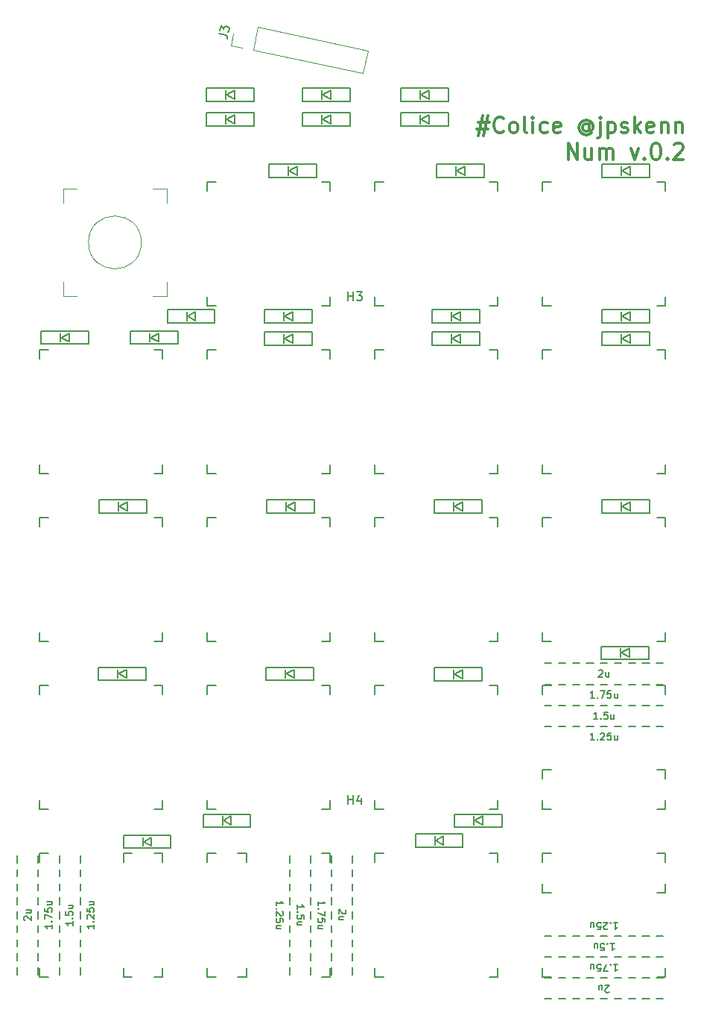
<source format=gto>
G04 #@! TF.GenerationSoftware,KiCad,Pcbnew,(5.1.5-0-10_14)*
G04 #@! TF.CreationDate,2020-05-14T06:03:15+09:00*
G04 #@! TF.ProjectId,Colice,436f6c69-6365-42e6-9b69-6361645f7063,rev?*
G04 #@! TF.SameCoordinates,Original*
G04 #@! TF.FileFunction,Legend,Top*
G04 #@! TF.FilePolarity,Positive*
%FSLAX46Y46*%
G04 Gerber Fmt 4.6, Leading zero omitted, Abs format (unit mm)*
G04 Created by KiCad (PCBNEW (5.1.5-0-10_14)) date 2020-05-14 06:03:15*
%MOMM*%
%LPD*%
G04 APERTURE LIST*
%ADD10C,0.300000*%
%ADD11C,0.150000*%
%ADD12C,0.120000*%
G04 APERTURE END LIST*
D10*
X114260357Y-40976965D02*
X115546071Y-40976965D01*
X114774642Y-40205537D02*
X114260357Y-42519822D01*
X115374642Y-41748394D02*
X114088928Y-41748394D01*
X114860357Y-42519822D02*
X115374642Y-40205537D01*
X117174642Y-42005537D02*
X117088928Y-42091251D01*
X116831785Y-42176965D01*
X116660357Y-42176965D01*
X116403214Y-42091251D01*
X116231785Y-41919822D01*
X116146071Y-41748394D01*
X116060357Y-41405537D01*
X116060357Y-41148394D01*
X116146071Y-40805537D01*
X116231785Y-40634108D01*
X116403214Y-40462680D01*
X116660357Y-40376965D01*
X116831785Y-40376965D01*
X117088928Y-40462680D01*
X117174642Y-40548394D01*
X118203214Y-42176965D02*
X118031785Y-42091251D01*
X117946071Y-42005537D01*
X117860357Y-41834108D01*
X117860357Y-41319822D01*
X117946071Y-41148394D01*
X118031785Y-41062680D01*
X118203214Y-40976965D01*
X118460357Y-40976965D01*
X118631785Y-41062680D01*
X118717500Y-41148394D01*
X118803214Y-41319822D01*
X118803214Y-41834108D01*
X118717500Y-42005537D01*
X118631785Y-42091251D01*
X118460357Y-42176965D01*
X118203214Y-42176965D01*
X119831785Y-42176965D02*
X119660357Y-42091251D01*
X119574642Y-41919822D01*
X119574642Y-40376965D01*
X120517500Y-42176965D02*
X120517500Y-40976965D01*
X120517500Y-40376965D02*
X120431785Y-40462680D01*
X120517500Y-40548394D01*
X120603214Y-40462680D01*
X120517500Y-40376965D01*
X120517500Y-40548394D01*
X122146071Y-42091251D02*
X121974642Y-42176965D01*
X121631785Y-42176965D01*
X121460357Y-42091251D01*
X121374642Y-42005537D01*
X121288928Y-41834108D01*
X121288928Y-41319822D01*
X121374642Y-41148394D01*
X121460357Y-41062680D01*
X121631785Y-40976965D01*
X121974642Y-40976965D01*
X122146071Y-41062680D01*
X123603214Y-42091251D02*
X123431785Y-42176965D01*
X123088928Y-42176965D01*
X122917500Y-42091251D01*
X122831785Y-41919822D01*
X122831785Y-41234108D01*
X122917500Y-41062680D01*
X123088928Y-40976965D01*
X123431785Y-40976965D01*
X123603214Y-41062680D01*
X123688928Y-41234108D01*
X123688928Y-41405537D01*
X122831785Y-41576965D01*
X126946071Y-41319822D02*
X126860357Y-41234108D01*
X126688928Y-41148394D01*
X126517500Y-41148394D01*
X126346071Y-41234108D01*
X126260357Y-41319822D01*
X126174642Y-41491251D01*
X126174642Y-41662680D01*
X126260357Y-41834108D01*
X126346071Y-41919822D01*
X126517500Y-42005537D01*
X126688928Y-42005537D01*
X126860357Y-41919822D01*
X126946071Y-41834108D01*
X126946071Y-41148394D02*
X126946071Y-41834108D01*
X127031785Y-41919822D01*
X127117500Y-41919822D01*
X127288928Y-41834108D01*
X127374642Y-41662680D01*
X127374642Y-41234108D01*
X127203214Y-40976965D01*
X126946071Y-40805537D01*
X126603214Y-40719822D01*
X126260357Y-40805537D01*
X126003214Y-40976965D01*
X125831785Y-41234108D01*
X125746071Y-41576965D01*
X125831785Y-41919822D01*
X126003214Y-42176965D01*
X126260357Y-42348394D01*
X126603214Y-42434108D01*
X126946071Y-42348394D01*
X127203214Y-42176965D01*
X128146071Y-40976965D02*
X128146071Y-42519822D01*
X128060357Y-42691251D01*
X127888928Y-42776965D01*
X127803214Y-42776965D01*
X128146071Y-40376965D02*
X128060357Y-40462680D01*
X128146071Y-40548394D01*
X128231785Y-40462680D01*
X128146071Y-40376965D01*
X128146071Y-40548394D01*
X129003214Y-40976965D02*
X129003214Y-42776965D01*
X129003214Y-41062680D02*
X129174642Y-40976965D01*
X129517500Y-40976965D01*
X129688928Y-41062680D01*
X129774642Y-41148394D01*
X129860357Y-41319822D01*
X129860357Y-41834108D01*
X129774642Y-42005537D01*
X129688928Y-42091251D01*
X129517500Y-42176965D01*
X129174642Y-42176965D01*
X129003214Y-42091251D01*
X130546071Y-42091251D02*
X130717500Y-42176965D01*
X131060357Y-42176965D01*
X131231785Y-42091251D01*
X131317500Y-41919822D01*
X131317500Y-41834108D01*
X131231785Y-41662680D01*
X131060357Y-41576965D01*
X130803214Y-41576965D01*
X130631785Y-41491251D01*
X130546071Y-41319822D01*
X130546071Y-41234108D01*
X130631785Y-41062680D01*
X130803214Y-40976965D01*
X131060357Y-40976965D01*
X131231785Y-41062680D01*
X132088928Y-42176965D02*
X132088928Y-40376965D01*
X132260357Y-41491251D02*
X132774642Y-42176965D01*
X132774642Y-40976965D02*
X132088928Y-41662680D01*
X134231785Y-42091251D02*
X134060357Y-42176965D01*
X133717500Y-42176965D01*
X133546071Y-42091251D01*
X133460357Y-41919822D01*
X133460357Y-41234108D01*
X133546071Y-41062680D01*
X133717500Y-40976965D01*
X134060357Y-40976965D01*
X134231785Y-41062680D01*
X134317500Y-41234108D01*
X134317500Y-41405537D01*
X133460357Y-41576965D01*
X135088928Y-40976965D02*
X135088928Y-42176965D01*
X135088928Y-41148394D02*
X135174642Y-41062680D01*
X135346071Y-40976965D01*
X135603214Y-40976965D01*
X135774642Y-41062680D01*
X135860357Y-41234108D01*
X135860357Y-42176965D01*
X136717500Y-40976965D02*
X136717500Y-42176965D01*
X136717500Y-41148394D02*
X136803214Y-41062680D01*
X136974642Y-40976965D01*
X137231785Y-40976965D01*
X137403214Y-41062680D01*
X137488928Y-41234108D01*
X137488928Y-42176965D01*
X124546071Y-45176965D02*
X124546071Y-43376965D01*
X125574642Y-45176965D01*
X125574642Y-43376965D01*
X127203214Y-43976965D02*
X127203214Y-45176965D01*
X126431785Y-43976965D02*
X126431785Y-44919822D01*
X126517500Y-45091251D01*
X126688928Y-45176965D01*
X126946071Y-45176965D01*
X127117500Y-45091251D01*
X127203214Y-45005537D01*
X128060357Y-45176965D02*
X128060357Y-43976965D01*
X128060357Y-44148394D02*
X128146071Y-44062680D01*
X128317500Y-43976965D01*
X128574642Y-43976965D01*
X128746071Y-44062680D01*
X128831785Y-44234108D01*
X128831785Y-45176965D01*
X128831785Y-44234108D02*
X128917500Y-44062680D01*
X129088928Y-43976965D01*
X129346071Y-43976965D01*
X129517500Y-44062680D01*
X129603214Y-44234108D01*
X129603214Y-45176965D01*
X131660357Y-43976965D02*
X132088928Y-45176965D01*
X132517500Y-43976965D01*
X133203214Y-45005537D02*
X133288928Y-45091251D01*
X133203214Y-45176965D01*
X133117500Y-45091251D01*
X133203214Y-45005537D01*
X133203214Y-45176965D01*
X134403214Y-43376965D02*
X134574642Y-43376965D01*
X134746071Y-43462680D01*
X134831785Y-43548394D01*
X134917500Y-43719822D01*
X135003214Y-44062680D01*
X135003214Y-44491251D01*
X134917500Y-44834108D01*
X134831785Y-45005537D01*
X134746071Y-45091251D01*
X134574642Y-45176965D01*
X134403214Y-45176965D01*
X134231785Y-45091251D01*
X134146071Y-45005537D01*
X134060357Y-44834108D01*
X133974642Y-44491251D01*
X133974642Y-44062680D01*
X134060357Y-43719822D01*
X134146071Y-43548394D01*
X134231785Y-43462680D01*
X134403214Y-43376965D01*
X135774642Y-45005537D02*
X135860357Y-45091251D01*
X135774642Y-45176965D01*
X135688928Y-45091251D01*
X135774642Y-45005537D01*
X135774642Y-45176965D01*
X136546071Y-43548394D02*
X136631785Y-43462680D01*
X136803214Y-43376965D01*
X137231785Y-43376965D01*
X137403214Y-43462680D01*
X137488928Y-43548394D01*
X137574642Y-43719822D01*
X137574642Y-43891251D01*
X137488928Y-44148394D01*
X136460357Y-45176965D01*
X137574642Y-45176965D01*
D11*
X85325000Y-120253630D02*
X86225000Y-119753630D01*
X86225000Y-119753630D02*
X86225000Y-120753630D01*
X86225000Y-120753630D02*
X85325000Y-120253630D01*
X85225000Y-119753630D02*
X85225000Y-120753630D01*
X88425000Y-119503630D02*
X83025000Y-119503630D01*
X83025000Y-119503630D02*
X83025000Y-121003630D01*
X83025000Y-121003630D02*
X88425000Y-121003630D01*
X88425000Y-121003630D02*
X88425000Y-119503630D01*
X102537500Y-104919220D02*
X102537500Y-105919220D01*
X103537500Y-104919220D02*
X102537500Y-104919220D01*
X102537500Y-118919220D02*
X103537500Y-118919220D01*
X102537500Y-117919220D02*
X102537500Y-118919220D01*
X116537500Y-118919220D02*
X116537500Y-117919220D01*
X115537500Y-118919220D02*
X116537500Y-118919220D01*
X116537500Y-104919220D02*
X116537500Y-105919220D01*
X115537500Y-104919220D02*
X116537500Y-104919220D01*
X133668750Y-101953550D02*
X133668750Y-100453550D01*
X128268750Y-101953550D02*
X133668750Y-101953550D01*
X128268750Y-100453550D02*
X128268750Y-101953550D01*
X133668750Y-100453550D02*
X128268750Y-100453550D01*
X130468750Y-100703550D02*
X130468750Y-101703550D01*
X131468750Y-101703550D02*
X130568750Y-101203550D01*
X131468750Y-100703550D02*
X131468750Y-101703550D01*
X130568750Y-101203550D02*
X131468750Y-100703550D01*
X115537500Y-47768980D02*
X116537500Y-47768980D01*
X116537500Y-47768980D02*
X116537500Y-48768980D01*
X115537500Y-61768980D02*
X116537500Y-61768980D01*
X116537500Y-61768980D02*
X116537500Y-60768980D01*
X102537500Y-60768980D02*
X102537500Y-61768980D01*
X102537500Y-61768980D02*
X103537500Y-61768980D01*
X103537500Y-47768980D02*
X102537500Y-47768980D01*
X102537500Y-47768980D02*
X102537500Y-48768980D01*
X115537500Y-66819060D02*
X116537500Y-66819060D01*
X116537500Y-66819060D02*
X116537500Y-67819060D01*
X115537500Y-80819060D02*
X116537500Y-80819060D01*
X116537500Y-80819060D02*
X116537500Y-79819060D01*
X102537500Y-79819060D02*
X102537500Y-80819060D01*
X102537500Y-80819060D02*
X103537500Y-80819060D01*
X103537500Y-66819060D02*
X102537500Y-66819060D01*
X102537500Y-66819060D02*
X102537500Y-67819060D01*
X115537500Y-85869140D02*
X116537500Y-85869140D01*
X116537500Y-85869140D02*
X116537500Y-86869140D01*
X115537500Y-99869140D02*
X116537500Y-99869140D01*
X116537500Y-99869140D02*
X116537500Y-98869140D01*
X102537500Y-98869140D02*
X102537500Y-99869140D01*
X102537500Y-99869140D02*
X103537500Y-99869140D01*
X103537500Y-85869140D02*
X102537500Y-85869140D01*
X102537500Y-85869140D02*
X102537500Y-86869140D01*
X135587500Y-127444260D02*
X135587500Y-128444260D01*
X135587500Y-128444260D02*
X134587500Y-128444260D01*
X121587500Y-127444260D02*
X121587500Y-128444260D01*
X121587500Y-128444260D02*
X122587500Y-128444260D01*
X122587500Y-114444260D02*
X121587500Y-114444260D01*
X121587500Y-114444260D02*
X121587500Y-115444260D01*
X135587500Y-115444260D02*
X135587500Y-114444260D01*
X135587500Y-114444260D02*
X134587500Y-114444260D01*
X95568750Y-104334810D02*
X95568750Y-102834810D01*
X90168750Y-104334810D02*
X95568750Y-104334810D01*
X90168750Y-102834810D02*
X90168750Y-104334810D01*
X95568750Y-102834810D02*
X90168750Y-102834810D01*
X92368750Y-103084810D02*
X92368750Y-104084810D01*
X93368750Y-104084810D02*
X92468750Y-103584810D01*
X93368750Y-103084810D02*
X93368750Y-104084810D01*
X92468750Y-103584810D02*
X93368750Y-103084810D01*
X114968000Y-47232000D02*
X114968000Y-45732000D01*
X109568000Y-47232000D02*
X114968000Y-47232000D01*
X109568000Y-45732000D02*
X109568000Y-47232000D01*
X114968000Y-45732000D02*
X109568000Y-45732000D01*
X111768000Y-45982000D02*
X111768000Y-46982000D01*
X112768000Y-46982000D02*
X111868000Y-46482000D01*
X112768000Y-45982000D02*
X112768000Y-46982000D01*
X111868000Y-46482000D02*
X112768000Y-45982000D01*
X114460000Y-66282000D02*
X114460000Y-64782000D01*
X109060000Y-66282000D02*
X114460000Y-66282000D01*
X109060000Y-64782000D02*
X109060000Y-66282000D01*
X114460000Y-64782000D02*
X109060000Y-64782000D01*
X111260000Y-65032000D02*
X111260000Y-66032000D01*
X112260000Y-66032000D02*
X111360000Y-65532000D01*
X112260000Y-65032000D02*
X112260000Y-66032000D01*
X111360000Y-65532000D02*
X112260000Y-65032000D01*
X102537500Y-123969300D02*
X102537500Y-124969300D01*
X103537500Y-123969300D02*
X102537500Y-123969300D01*
X102537500Y-137969300D02*
X103537500Y-137969300D01*
X102537500Y-136969300D02*
X102537500Y-137969300D01*
X116537500Y-137969300D02*
X116537500Y-136969300D01*
X115537500Y-137969300D02*
X116537500Y-137969300D01*
X116537500Y-123969300D02*
X116537500Y-124969300D01*
X115537500Y-123969300D02*
X116537500Y-123969300D01*
X112555000Y-123254200D02*
X112555000Y-121754200D01*
X107155000Y-123254200D02*
X112555000Y-123254200D01*
X107155000Y-121754200D02*
X107155000Y-123254200D01*
X112555000Y-121754200D02*
X107155000Y-121754200D01*
X109355000Y-122004200D02*
X109355000Y-123004200D01*
X110355000Y-123004200D02*
X109455000Y-122504200D01*
X110355000Y-122004200D02*
X110355000Y-123004200D01*
X109455000Y-122504200D02*
X110355000Y-122004200D01*
X127396875Y-140494260D02*
X126603125Y-140494260D01*
X134540625Y-140494260D02*
X135334375Y-140494260D01*
X122634375Y-140494260D02*
X121840625Y-140494260D01*
X128984375Y-140494260D02*
X128190625Y-140494260D01*
X124221875Y-140494260D02*
X123428125Y-140494260D01*
X129778125Y-140494260D02*
X130571875Y-140494260D01*
X125809375Y-140494260D02*
X125015625Y-140494260D01*
X131365625Y-140494260D02*
X132159375Y-140494260D01*
X132953125Y-140494260D02*
X133746875Y-140494260D01*
X127396875Y-138113010D02*
X126603125Y-138113010D01*
X132953125Y-138113010D02*
X133746875Y-138113010D01*
X128984375Y-138113010D02*
X128190625Y-138113010D01*
X122634375Y-138113010D02*
X121840625Y-138113010D01*
X129778125Y-138113010D02*
X130571875Y-138113010D01*
X125809375Y-138113010D02*
X125015625Y-138113010D01*
X134540625Y-138113010D02*
X135334375Y-138113010D01*
X124221875Y-138113010D02*
X123428125Y-138113010D01*
X131365625Y-138113010D02*
X132159375Y-138113010D01*
X132953125Y-135731760D02*
X133746875Y-135731760D01*
X127396875Y-135731760D02*
X126603125Y-135731760D01*
X128984375Y-135731760D02*
X128190625Y-135731760D01*
X122634375Y-135731760D02*
X121840625Y-135731760D01*
X129778125Y-135731760D02*
X130571875Y-135731760D01*
X125809375Y-135731760D02*
X125015625Y-135731760D01*
X134540625Y-135731760D02*
X135334375Y-135731760D01*
X131365625Y-135731760D02*
X132159375Y-135731760D01*
X124221875Y-135731760D02*
X123428125Y-135731760D01*
X125809375Y-133350510D02*
X125015625Y-133350510D01*
X128984375Y-133350510D02*
X128190625Y-133350510D01*
X122634375Y-133350510D02*
X121840625Y-133350510D01*
X127396875Y-133350510D02*
X126603125Y-133350510D01*
X131365625Y-133350510D02*
X132159375Y-133350510D01*
X132953125Y-133350510D02*
X133746875Y-133350510D01*
X134540625Y-133350510D02*
X135334375Y-133350510D01*
X124221875Y-133350510D02*
X123428125Y-133350510D01*
X129778125Y-133350510D02*
X130571875Y-133350510D01*
X127396875Y-109538010D02*
X126603125Y-109538010D01*
X125809375Y-109538010D02*
X125015625Y-109538010D01*
X131365625Y-109538010D02*
X132159375Y-109538010D01*
X122634375Y-109538010D02*
X121840625Y-109538010D01*
X132953125Y-109538010D02*
X133746875Y-109538010D01*
X134540625Y-109538010D02*
X135334375Y-109538010D01*
X124221875Y-109538010D02*
X123428125Y-109538010D01*
X129778125Y-109538010D02*
X130571875Y-109538010D01*
X128984375Y-109538010D02*
X128190625Y-109538010D01*
X125809375Y-107156760D02*
X125015625Y-107156760D01*
X122634375Y-107156760D02*
X121840625Y-107156760D01*
X128984375Y-107156760D02*
X128190625Y-107156760D01*
X129778125Y-107156760D02*
X130571875Y-107156760D01*
X131365625Y-107156760D02*
X132159375Y-107156760D01*
X124221875Y-107156760D02*
X123428125Y-107156760D01*
X132953125Y-107156760D02*
X133746875Y-107156760D01*
X127396875Y-107156760D02*
X126603125Y-107156760D01*
X134540625Y-107156760D02*
X135334375Y-107156760D01*
X124221875Y-104775510D02*
X123428125Y-104775510D01*
X132953125Y-104775510D02*
X133746875Y-104775510D01*
X125809375Y-104775510D02*
X125015625Y-104775510D01*
X127396875Y-104775510D02*
X126603125Y-104775510D01*
X122634375Y-104775510D02*
X121840625Y-104775510D01*
X128984375Y-104775510D02*
X128190625Y-104775510D01*
X134540625Y-104775510D02*
X135334375Y-104775510D01*
X129778125Y-104775510D02*
X130571875Y-104775510D01*
X131365625Y-104775510D02*
X132159375Y-104775510D01*
X122634375Y-102394260D02*
X121840625Y-102394260D01*
X124221875Y-102394260D02*
X123428125Y-102394260D01*
X125809375Y-102394260D02*
X125015625Y-102394260D01*
X134540625Y-102394260D02*
X135334375Y-102394260D01*
X131365625Y-102394260D02*
X132159375Y-102394260D01*
X132953125Y-102394260D02*
X133746875Y-102394260D01*
X128984375Y-102394260D02*
X128190625Y-102394260D01*
X127396875Y-102394260D02*
X126603125Y-102394260D01*
X129778125Y-102394260D02*
X130571875Y-102394260D01*
X66910000Y-65405000D02*
X67810000Y-64905000D01*
X67810000Y-64905000D02*
X67810000Y-65905000D01*
X67810000Y-65905000D02*
X66910000Y-65405000D01*
X66810000Y-64905000D02*
X66810000Y-65905000D01*
X70010000Y-64655000D02*
X64610000Y-64655000D01*
X64610000Y-64655000D02*
X64610000Y-66155000D01*
X64610000Y-66155000D02*
X70010000Y-66155000D01*
X70010000Y-66155000D02*
X70010000Y-64655000D01*
X80170000Y-66155000D02*
X80170000Y-64655000D01*
X74770000Y-66155000D02*
X80170000Y-66155000D01*
X74770000Y-64655000D02*
X74770000Y-66155000D01*
X80170000Y-64655000D02*
X74770000Y-64655000D01*
X76970000Y-64905000D02*
X76970000Y-65905000D01*
X77970000Y-65905000D02*
X77070000Y-65405000D01*
X77970000Y-64905000D02*
X77970000Y-65905000D01*
X77070000Y-65405000D02*
X77970000Y-64905000D01*
X73514000Y-84582000D02*
X74414000Y-84082000D01*
X74414000Y-84082000D02*
X74414000Y-85082000D01*
X74414000Y-85082000D02*
X73514000Y-84582000D01*
X73414000Y-84082000D02*
X73414000Y-85082000D01*
X76614000Y-83832000D02*
X71214000Y-83832000D01*
X71214000Y-83832000D02*
X71214000Y-85332000D01*
X71214000Y-85332000D02*
X76614000Y-85332000D01*
X76614000Y-85332000D02*
X76614000Y-83832000D01*
X73418750Y-103584810D02*
X74318750Y-103084810D01*
X74318750Y-103084810D02*
X74318750Y-104084810D01*
X74318750Y-104084810D02*
X73418750Y-103584810D01*
X73318750Y-103084810D02*
X73318750Y-104084810D01*
X76518750Y-102834810D02*
X71118750Y-102834810D01*
X71118750Y-102834810D02*
X71118750Y-104334810D01*
X71118750Y-104334810D02*
X76518750Y-104334810D01*
X76518750Y-104334810D02*
X76518750Y-102834810D01*
X79366601Y-123390115D02*
X79366601Y-121890115D01*
X73966601Y-123390115D02*
X79366601Y-123390115D01*
X73966601Y-121890115D02*
X73966601Y-123390115D01*
X79366601Y-121890115D02*
X73966601Y-121890115D01*
X76166601Y-122140115D02*
X76166601Y-123140115D01*
X77166601Y-123140115D02*
X76266601Y-122640115D01*
X77166601Y-122140115D02*
X77166601Y-123140115D01*
X76266601Y-122640115D02*
X77166601Y-122140115D01*
X92310000Y-62992000D02*
X93210000Y-62492000D01*
X93210000Y-62492000D02*
X93210000Y-63492000D01*
X93210000Y-63492000D02*
X92310000Y-62992000D01*
X92210000Y-62492000D02*
X92210000Y-63492000D01*
X95410000Y-62242000D02*
X90010000Y-62242000D01*
X90010000Y-62242000D02*
X90010000Y-63742000D01*
X90010000Y-63742000D02*
X95410000Y-63742000D01*
X95410000Y-63742000D02*
X95410000Y-62242000D01*
X95918000Y-47232000D02*
X95918000Y-45732000D01*
X90518000Y-47232000D02*
X95918000Y-47232000D01*
X90518000Y-45732000D02*
X90518000Y-47232000D01*
X95918000Y-45732000D02*
X90518000Y-45732000D01*
X92718000Y-45982000D02*
X92718000Y-46982000D01*
X93718000Y-46982000D02*
X92818000Y-46482000D01*
X93718000Y-45982000D02*
X93718000Y-46982000D01*
X92818000Y-46482000D02*
X93718000Y-45982000D01*
X92310000Y-65532000D02*
X93210000Y-65032000D01*
X93210000Y-65032000D02*
X93210000Y-66032000D01*
X93210000Y-66032000D02*
X92310000Y-65532000D01*
X92210000Y-65032000D02*
X92210000Y-66032000D01*
X95410000Y-64782000D02*
X90010000Y-64782000D01*
X90010000Y-64782000D02*
X90010000Y-66282000D01*
X90010000Y-66282000D02*
X95410000Y-66282000D01*
X95410000Y-66282000D02*
X95410000Y-64782000D01*
X92564000Y-84582000D02*
X93464000Y-84082000D01*
X93464000Y-84082000D02*
X93464000Y-85082000D01*
X93464000Y-85082000D02*
X92564000Y-84582000D01*
X92464000Y-84082000D02*
X92464000Y-85082000D01*
X95664000Y-83832000D02*
X90264000Y-83832000D01*
X90264000Y-83832000D02*
X90264000Y-85332000D01*
X90264000Y-85332000D02*
X95664000Y-85332000D01*
X95664000Y-85332000D02*
X95664000Y-83832000D01*
X111360000Y-62992000D02*
X112260000Y-62492000D01*
X112260000Y-62492000D02*
X112260000Y-63492000D01*
X112260000Y-63492000D02*
X111360000Y-62992000D01*
X111260000Y-62492000D02*
X111260000Y-63492000D01*
X114460000Y-62242000D02*
X109060000Y-62242000D01*
X109060000Y-62242000D02*
X109060000Y-63742000D01*
X109060000Y-63742000D02*
X114460000Y-63742000D01*
X114460000Y-63742000D02*
X114460000Y-62242000D01*
X114714000Y-85332000D02*
X114714000Y-83832000D01*
X109314000Y-85332000D02*
X114714000Y-85332000D01*
X109314000Y-83832000D02*
X109314000Y-85332000D01*
X114714000Y-83832000D02*
X109314000Y-83832000D01*
X111514000Y-84082000D02*
X111514000Y-85082000D01*
X112514000Y-85082000D02*
X111614000Y-84582000D01*
X112514000Y-84082000D02*
X112514000Y-85082000D01*
X111614000Y-84582000D02*
X112514000Y-84082000D01*
X114714000Y-104382000D02*
X114714000Y-102882000D01*
X109314000Y-104382000D02*
X114714000Y-104382000D01*
X109314000Y-102882000D02*
X109314000Y-104382000D01*
X114714000Y-102882000D02*
X109314000Y-102882000D01*
X111514000Y-103132000D02*
X111514000Y-104132000D01*
X112514000Y-104132000D02*
X111614000Y-103632000D01*
X112514000Y-103132000D02*
X112514000Y-104132000D01*
X111614000Y-103632000D02*
X112514000Y-103132000D01*
X130664000Y-62992000D02*
X131564000Y-62492000D01*
X131564000Y-62492000D02*
X131564000Y-63492000D01*
X131564000Y-63492000D02*
X130664000Y-62992000D01*
X130564000Y-62492000D02*
X130564000Y-63492000D01*
X133764000Y-62242000D02*
X128364000Y-62242000D01*
X128364000Y-62242000D02*
X128364000Y-63742000D01*
X128364000Y-63742000D02*
X133764000Y-63742000D01*
X133764000Y-63742000D02*
X133764000Y-62242000D01*
X133764000Y-47232000D02*
X133764000Y-45732000D01*
X128364000Y-47232000D02*
X133764000Y-47232000D01*
X128364000Y-45732000D02*
X128364000Y-47232000D01*
X133764000Y-45732000D02*
X128364000Y-45732000D01*
X130564000Y-45982000D02*
X130564000Y-46982000D01*
X131564000Y-46982000D02*
X130664000Y-46482000D01*
X131564000Y-45982000D02*
X131564000Y-46982000D01*
X130664000Y-46482000D02*
X131564000Y-45982000D01*
X133764000Y-66282000D02*
X133764000Y-64782000D01*
X128364000Y-66282000D02*
X133764000Y-66282000D01*
X128364000Y-64782000D02*
X128364000Y-66282000D01*
X133764000Y-64782000D02*
X128364000Y-64782000D01*
X130564000Y-65032000D02*
X130564000Y-66032000D01*
X131564000Y-66032000D02*
X130664000Y-65532000D01*
X131564000Y-65032000D02*
X131564000Y-66032000D01*
X130664000Y-65532000D02*
X131564000Y-65032000D01*
X133764000Y-85332000D02*
X133764000Y-83832000D01*
X128364000Y-85332000D02*
X133764000Y-85332000D01*
X128364000Y-83832000D02*
X128364000Y-85332000D01*
X133764000Y-83832000D02*
X128364000Y-83832000D01*
X130564000Y-84082000D02*
X130564000Y-85082000D01*
X131564000Y-85082000D02*
X130664000Y-84582000D01*
X131564000Y-84082000D02*
X131564000Y-85082000D01*
X130664000Y-84582000D02*
X131564000Y-84082000D01*
X100012500Y-132159925D02*
X100012500Y-132953675D01*
X100012500Y-129778675D02*
X100012500Y-128984925D01*
X100012500Y-131366175D02*
X100012500Y-130572425D01*
X100012500Y-135334925D02*
X100012500Y-136128675D01*
X100012500Y-133747425D02*
X100012500Y-134541175D01*
X100012500Y-136922425D02*
X100012500Y-137716175D01*
X100012500Y-128191175D02*
X100012500Y-127397425D01*
X100012500Y-126603675D02*
X100012500Y-125809925D01*
X100012500Y-125016175D02*
X100012500Y-124222425D01*
X97631250Y-133747425D02*
X97631250Y-134541175D01*
X97631250Y-132159925D02*
X97631250Y-132953675D01*
X97631250Y-136922425D02*
X97631250Y-137716175D01*
X97631250Y-131366175D02*
X97631250Y-130572425D01*
X97631250Y-125016175D02*
X97631250Y-124222425D01*
X97631250Y-129778675D02*
X97631250Y-128984925D01*
X97631250Y-128191175D02*
X97631250Y-127397425D01*
X97631250Y-135334925D02*
X97631250Y-136128675D01*
X97631250Y-126603675D02*
X97631250Y-125809925D01*
X95250000Y-136922425D02*
X95250000Y-137716175D01*
X95250000Y-129778675D02*
X95250000Y-128984925D01*
X95250000Y-135334925D02*
X95250000Y-136128675D01*
X95250000Y-126603675D02*
X95250000Y-125809925D01*
X95250000Y-133747425D02*
X95250000Y-134541175D01*
X95250000Y-132159925D02*
X95250000Y-132953675D01*
X95250000Y-131366175D02*
X95250000Y-130572425D01*
X95250000Y-125016175D02*
X95250000Y-124222425D01*
X95250000Y-128191175D02*
X95250000Y-127397425D01*
X92868750Y-131366175D02*
X92868750Y-130572425D01*
X92868750Y-132159925D02*
X92868750Y-132953675D01*
X92868750Y-126603675D02*
X92868750Y-125809925D01*
X92868750Y-136922425D02*
X92868750Y-137716175D01*
X92868750Y-135334925D02*
X92868750Y-136128675D01*
X92868750Y-125016175D02*
X92868750Y-124222425D01*
X92868750Y-133747425D02*
X92868750Y-134541175D01*
X92868750Y-128191175D02*
X92868750Y-127397425D01*
X92868750Y-129778675D02*
X92868750Y-128984925D01*
X69056250Y-132159925D02*
X69056250Y-132953675D01*
X69056250Y-126603675D02*
X69056250Y-125809925D01*
X69056250Y-136922425D02*
X69056250Y-137716175D01*
X69056250Y-135334925D02*
X69056250Y-136128675D01*
X69056250Y-133747425D02*
X69056250Y-134541175D01*
X69056250Y-129778675D02*
X69056250Y-128984925D01*
X69056250Y-125016175D02*
X69056250Y-124222425D01*
X69056250Y-131366175D02*
X69056250Y-130572425D01*
X69056250Y-128191175D02*
X69056250Y-127397425D01*
X66675000Y-126603675D02*
X66675000Y-125809925D01*
X66675000Y-133747425D02*
X66675000Y-134541175D01*
X66675000Y-136922425D02*
X66675000Y-137716175D01*
X66675000Y-128191175D02*
X66675000Y-127397425D01*
X66675000Y-132159925D02*
X66675000Y-132953675D01*
X66675000Y-125016175D02*
X66675000Y-124222425D01*
X66675000Y-131366175D02*
X66675000Y-130572425D01*
X66675000Y-129778675D02*
X66675000Y-128984925D01*
X66675000Y-135334925D02*
X66675000Y-136128675D01*
X64293750Y-133747425D02*
X64293750Y-134541175D01*
X64293750Y-126603675D02*
X64293750Y-125809925D01*
X64293750Y-136922425D02*
X64293750Y-137716175D01*
X64293750Y-128191175D02*
X64293750Y-127397425D01*
X64293750Y-132159925D02*
X64293750Y-132953675D01*
X64293750Y-125016175D02*
X64293750Y-124222425D01*
X64293750Y-131366175D02*
X64293750Y-130572425D01*
X64293750Y-135334925D02*
X64293750Y-136128675D01*
X64293750Y-129778675D02*
X64293750Y-128984925D01*
X61912500Y-135334925D02*
X61912500Y-136128675D01*
X61912500Y-133747425D02*
X61912500Y-134541175D01*
X61912500Y-128191175D02*
X61912500Y-127397425D01*
X61912500Y-132159925D02*
X61912500Y-132953675D01*
X61912500Y-126603675D02*
X61912500Y-125809925D01*
X61912500Y-131366175D02*
X61912500Y-130572425D01*
X61912500Y-125016175D02*
X61912500Y-124222425D01*
X61912500Y-136922425D02*
X61912500Y-137716175D01*
X61912500Y-129778675D02*
X61912500Y-128984925D01*
X64437500Y-66819060D02*
X64437500Y-67819060D01*
X65437500Y-66819060D02*
X64437500Y-66819060D01*
X64437500Y-80819060D02*
X65437500Y-80819060D01*
X64437500Y-79819060D02*
X64437500Y-80819060D01*
X78437500Y-80819060D02*
X78437500Y-79819060D01*
X77437500Y-80819060D02*
X78437500Y-80819060D01*
X78437500Y-66819060D02*
X78437500Y-67819060D01*
X77437500Y-66819060D02*
X78437500Y-66819060D01*
X64437500Y-85869140D02*
X64437500Y-86869140D01*
X65437500Y-85869140D02*
X64437500Y-85869140D01*
X64437500Y-99869140D02*
X65437500Y-99869140D01*
X64437500Y-98869140D02*
X64437500Y-99869140D01*
X78437500Y-99869140D02*
X78437500Y-98869140D01*
X77437500Y-99869140D02*
X78437500Y-99869140D01*
X78437500Y-85869140D02*
X78437500Y-86869140D01*
X77437500Y-85869140D02*
X78437500Y-85869140D01*
X64437500Y-104919220D02*
X64437500Y-105919220D01*
X65437500Y-104919220D02*
X64437500Y-104919220D01*
X64437500Y-118919220D02*
X65437500Y-118919220D01*
X64437500Y-117919220D02*
X64437500Y-118919220D01*
X78437500Y-118919220D02*
X78437500Y-117919220D01*
X77437500Y-118919220D02*
X78437500Y-118919220D01*
X78437500Y-104919220D02*
X78437500Y-105919220D01*
X77437500Y-104919220D02*
X78437500Y-104919220D01*
X86962500Y-123969300D02*
X87962500Y-123969300D01*
X87962500Y-123969300D02*
X87962500Y-124969300D01*
X86962500Y-137969300D02*
X87962500Y-137969300D01*
X87962500Y-137969300D02*
X87962500Y-136969300D01*
X73962500Y-136969300D02*
X73962500Y-137969300D01*
X73962500Y-137969300D02*
X74962500Y-137969300D01*
X74962500Y-123969300D02*
X73962500Y-123969300D01*
X73962500Y-123969300D02*
X73962500Y-124969300D01*
X96487500Y-47768980D02*
X97487500Y-47768980D01*
X97487500Y-47768980D02*
X97487500Y-48768980D01*
X96487500Y-61768980D02*
X97487500Y-61768980D01*
X97487500Y-61768980D02*
X97487500Y-60768980D01*
X83487500Y-60768980D02*
X83487500Y-61768980D01*
X83487500Y-61768980D02*
X84487500Y-61768980D01*
X84487500Y-47768980D02*
X83487500Y-47768980D01*
X83487500Y-47768980D02*
X83487500Y-48768980D01*
X83487500Y-66819060D02*
X83487500Y-67819060D01*
X84487500Y-66819060D02*
X83487500Y-66819060D01*
X83487500Y-80819060D02*
X84487500Y-80819060D01*
X83487500Y-79819060D02*
X83487500Y-80819060D01*
X97487500Y-80819060D02*
X97487500Y-79819060D01*
X96487500Y-80819060D02*
X97487500Y-80819060D01*
X97487500Y-66819060D02*
X97487500Y-67819060D01*
X96487500Y-66819060D02*
X97487500Y-66819060D01*
X96487500Y-85869140D02*
X97487500Y-85869140D01*
X97487500Y-85869140D02*
X97487500Y-86869140D01*
X96487500Y-99869140D02*
X97487500Y-99869140D01*
X97487500Y-99869140D02*
X97487500Y-98869140D01*
X83487500Y-98869140D02*
X83487500Y-99869140D01*
X83487500Y-99869140D02*
X84487500Y-99869140D01*
X84487500Y-85869140D02*
X83487500Y-85869140D01*
X83487500Y-85869140D02*
X83487500Y-86869140D01*
X96487500Y-104919220D02*
X97487500Y-104919220D01*
X97487500Y-104919220D02*
X97487500Y-105919220D01*
X96487500Y-118919220D02*
X97487500Y-118919220D01*
X97487500Y-118919220D02*
X97487500Y-117919220D01*
X83487500Y-117919220D02*
X83487500Y-118919220D01*
X83487500Y-118919220D02*
X84487500Y-118919220D01*
X84487500Y-104919220D02*
X83487500Y-104919220D01*
X83487500Y-104919220D02*
X83487500Y-105919220D01*
X134587500Y-47768980D02*
X135587500Y-47768980D01*
X135587500Y-47768980D02*
X135587500Y-48768980D01*
X134587500Y-61768980D02*
X135587500Y-61768980D01*
X135587500Y-61768980D02*
X135587500Y-60768980D01*
X121587500Y-60768980D02*
X121587500Y-61768980D01*
X121587500Y-61768980D02*
X122587500Y-61768980D01*
X122587500Y-47768980D02*
X121587500Y-47768980D01*
X121587500Y-47768980D02*
X121587500Y-48768980D01*
X121587500Y-66819060D02*
X121587500Y-67819060D01*
X122587500Y-66819060D02*
X121587500Y-66819060D01*
X121587500Y-80819060D02*
X122587500Y-80819060D01*
X121587500Y-79819060D02*
X121587500Y-80819060D01*
X135587500Y-80819060D02*
X135587500Y-79819060D01*
X134587500Y-80819060D02*
X135587500Y-80819060D01*
X135587500Y-66819060D02*
X135587500Y-67819060D01*
X134587500Y-66819060D02*
X135587500Y-66819060D01*
X134587500Y-85869140D02*
X135587500Y-85869140D01*
X135587500Y-85869140D02*
X135587500Y-86869140D01*
X134587500Y-99869140D02*
X135587500Y-99869140D01*
X135587500Y-99869140D02*
X135587500Y-98869140D01*
X121587500Y-98869140D02*
X121587500Y-99869140D01*
X121587500Y-99869140D02*
X122587500Y-99869140D01*
X122587500Y-85869140D02*
X121587500Y-85869140D01*
X121587500Y-85869140D02*
X121587500Y-86869140D01*
X117000000Y-121003630D02*
X117000000Y-119503630D01*
X111600000Y-121003630D02*
X117000000Y-121003630D01*
X111600000Y-119503630D02*
X111600000Y-121003630D01*
X117000000Y-119503630D02*
X111600000Y-119503630D01*
X113800000Y-119753630D02*
X113800000Y-120753630D01*
X114800000Y-120753630D02*
X113900000Y-120253630D01*
X114800000Y-119753630D02*
X114800000Y-120753630D01*
X113900000Y-120253630D02*
X114800000Y-119753630D01*
X84487500Y-137969300D02*
X83487500Y-137969300D01*
X83487500Y-137969300D02*
X83487500Y-136969300D01*
X84487500Y-123969300D02*
X83487500Y-123969300D01*
X83487500Y-123969300D02*
X83487500Y-124969300D01*
X97487500Y-124969300D02*
X97487500Y-123969300D01*
X97487500Y-123969300D02*
X96487500Y-123969300D01*
X96487500Y-137969300D02*
X97487500Y-137969300D01*
X97487500Y-137969300D02*
X97487500Y-136969300D01*
X121587500Y-137969300D02*
X122587500Y-137969300D01*
X121587500Y-136969300D02*
X121587500Y-137969300D01*
X135587500Y-137969300D02*
X135587500Y-136969300D01*
X134587500Y-137969300D02*
X135587500Y-137969300D01*
X135587500Y-123969300D02*
X134587500Y-123969300D01*
X135587500Y-124969300D02*
X135587500Y-123969300D01*
X121587500Y-123969300D02*
X122587500Y-123969300D01*
X121587500Y-124969300D02*
X121587500Y-123969300D01*
X65437500Y-137969300D02*
X64437500Y-137969300D01*
X64437500Y-137969300D02*
X64437500Y-136969300D01*
X65437500Y-123969300D02*
X64437500Y-123969300D01*
X64437500Y-123969300D02*
X64437500Y-124969300D01*
X78437500Y-124969300D02*
X78437500Y-123969300D01*
X78437500Y-123969300D02*
X77437500Y-123969300D01*
X77437500Y-137969300D02*
X78437500Y-137969300D01*
X78437500Y-137969300D02*
X78437500Y-136969300D01*
X121587500Y-118919220D02*
X122587500Y-118919220D01*
X121587500Y-117919220D02*
X121587500Y-118919220D01*
X135587500Y-118919220D02*
X135587500Y-117919220D01*
X134587500Y-118919220D02*
X135587500Y-118919220D01*
X135587500Y-104919220D02*
X134587500Y-104919220D01*
X135587500Y-105919220D02*
X135587500Y-104919220D01*
X121587500Y-104919220D02*
X122587500Y-104919220D01*
X121587500Y-105919220D02*
X121587500Y-104919220D01*
X81264000Y-62992000D02*
X82164000Y-62492000D01*
X82164000Y-62492000D02*
X82164000Y-63492000D01*
X82164000Y-63492000D02*
X81264000Y-62992000D01*
X81164000Y-62492000D02*
X81164000Y-63492000D01*
X84364000Y-62242000D02*
X78964000Y-62242000D01*
X78964000Y-62242000D02*
X78964000Y-63742000D01*
X78964000Y-63742000D02*
X84364000Y-63742000D01*
X84364000Y-63742000D02*
X84364000Y-62242000D01*
D12*
X78900000Y-60710000D02*
X77300000Y-60710000D01*
X68700000Y-48510000D02*
X67100000Y-48510000D01*
X76000000Y-54610000D02*
G75*
G03X76000000Y-54610000I-3000000J0D01*
G01*
X78900000Y-59110000D02*
X78900000Y-60710000D01*
X67100000Y-60710000D02*
X67100000Y-59110000D01*
X67100000Y-50110000D02*
X67100000Y-48510000D01*
X78900000Y-50110000D02*
X78900000Y-48510000D01*
X78900000Y-48510000D02*
X77300000Y-48510000D01*
X68700000Y-60710000D02*
X67100000Y-60710000D01*
D11*
X110904000Y-41390000D02*
X110904000Y-39890000D01*
X105504000Y-41390000D02*
X110904000Y-41390000D01*
X105504000Y-39890000D02*
X105504000Y-41390000D01*
X110904000Y-39890000D02*
X105504000Y-39890000D01*
X107704000Y-40140000D02*
X107704000Y-41140000D01*
X108704000Y-41140000D02*
X107804000Y-40640000D01*
X108704000Y-40140000D02*
X108704000Y-41140000D01*
X107804000Y-40640000D02*
X108704000Y-40140000D01*
X85706000Y-37846000D02*
X86606000Y-37346000D01*
X86606000Y-37346000D02*
X86606000Y-38346000D01*
X86606000Y-38346000D02*
X85706000Y-37846000D01*
X85606000Y-37346000D02*
X85606000Y-38346000D01*
X88806000Y-37096000D02*
X83406000Y-37096000D01*
X83406000Y-37096000D02*
X83406000Y-38596000D01*
X83406000Y-38596000D02*
X88806000Y-38596000D01*
X88806000Y-38596000D02*
X88806000Y-37096000D01*
X88806000Y-41390000D02*
X88806000Y-39890000D01*
X83406000Y-41390000D02*
X88806000Y-41390000D01*
X83406000Y-39890000D02*
X83406000Y-41390000D01*
X88806000Y-39890000D02*
X83406000Y-39890000D01*
X85606000Y-40140000D02*
X85606000Y-41140000D01*
X86606000Y-41140000D02*
X85706000Y-40640000D01*
X86606000Y-40140000D02*
X86606000Y-41140000D01*
X85706000Y-40640000D02*
X86606000Y-40140000D01*
X96628000Y-37846000D02*
X97528000Y-37346000D01*
X97528000Y-37346000D02*
X97528000Y-38346000D01*
X97528000Y-38346000D02*
X96628000Y-37846000D01*
X96528000Y-37346000D02*
X96528000Y-38346000D01*
X99728000Y-37096000D02*
X94328000Y-37096000D01*
X94328000Y-37096000D02*
X94328000Y-38596000D01*
X94328000Y-38596000D02*
X99728000Y-38596000D01*
X99728000Y-38596000D02*
X99728000Y-37096000D01*
X99728000Y-41390000D02*
X99728000Y-39890000D01*
X94328000Y-41390000D02*
X99728000Y-41390000D01*
X94328000Y-39890000D02*
X94328000Y-41390000D01*
X99728000Y-39890000D02*
X94328000Y-39890000D01*
X96528000Y-40140000D02*
X96528000Y-41140000D01*
X97528000Y-41140000D02*
X96628000Y-40640000D01*
X97528000Y-40140000D02*
X97528000Y-41140000D01*
X96628000Y-40640000D02*
X97528000Y-40140000D01*
X107804000Y-37846000D02*
X108704000Y-37346000D01*
X108704000Y-37346000D02*
X108704000Y-38346000D01*
X108704000Y-38346000D02*
X107804000Y-37846000D01*
X107704000Y-37346000D02*
X107704000Y-38346000D01*
X110904000Y-37096000D02*
X105504000Y-37096000D01*
X105504000Y-37096000D02*
X105504000Y-38596000D01*
X105504000Y-38596000D02*
X110904000Y-38596000D01*
X110904000Y-38596000D02*
X110904000Y-37096000D01*
D12*
X101187898Y-35419746D02*
X101740943Y-32817874D01*
X88706735Y-32766793D02*
X101187898Y-35419746D01*
X89259780Y-30164921D02*
X101740943Y-32817874D01*
X88706735Y-32766793D02*
X89259780Y-30164921D01*
X87464487Y-32502745D02*
X86163551Y-32226223D01*
X86163551Y-32226223D02*
X86440074Y-30925286D01*
D11*
X127997023Y-103222980D02*
X128035119Y-103184885D01*
X128111309Y-103146789D01*
X128301785Y-103146789D01*
X128377976Y-103184885D01*
X128416071Y-103222980D01*
X128454166Y-103299170D01*
X128454166Y-103375361D01*
X128416071Y-103489646D01*
X127958928Y-103946789D01*
X128454166Y-103946789D01*
X129139880Y-103413456D02*
X129139880Y-103946789D01*
X128797023Y-103413456D02*
X128797023Y-103832504D01*
X128835119Y-103908694D01*
X128911309Y-103946789D01*
X129025595Y-103946789D01*
X129101785Y-103908694D01*
X129139880Y-103870599D01*
X127501785Y-106328039D02*
X127044642Y-106328039D01*
X127273214Y-106328039D02*
X127273214Y-105528039D01*
X127197023Y-105642325D01*
X127120833Y-105718515D01*
X127044642Y-105756611D01*
X127844642Y-106251849D02*
X127882738Y-106289944D01*
X127844642Y-106328039D01*
X127806547Y-106289944D01*
X127844642Y-106251849D01*
X127844642Y-106328039D01*
X128149404Y-105528039D02*
X128682738Y-105528039D01*
X128339880Y-106328039D01*
X129368452Y-105528039D02*
X128987500Y-105528039D01*
X128949404Y-105908992D01*
X128987500Y-105870896D01*
X129063690Y-105832801D01*
X129254166Y-105832801D01*
X129330357Y-105870896D01*
X129368452Y-105908992D01*
X129406547Y-105985182D01*
X129406547Y-106175658D01*
X129368452Y-106251849D01*
X129330357Y-106289944D01*
X129254166Y-106328039D01*
X129063690Y-106328039D01*
X128987500Y-106289944D01*
X128949404Y-106251849D01*
X130092261Y-105794706D02*
X130092261Y-106328039D01*
X129749404Y-105794706D02*
X129749404Y-106213754D01*
X129787500Y-106289944D01*
X129863690Y-106328039D01*
X129977976Y-106328039D01*
X130054166Y-106289944D01*
X130092261Y-106251849D01*
X127882738Y-108709289D02*
X127425595Y-108709289D01*
X127654166Y-108709289D02*
X127654166Y-107909289D01*
X127577976Y-108023575D01*
X127501785Y-108099765D01*
X127425595Y-108137861D01*
X128225595Y-108633099D02*
X128263690Y-108671194D01*
X128225595Y-108709289D01*
X128187500Y-108671194D01*
X128225595Y-108633099D01*
X128225595Y-108709289D01*
X128987500Y-107909289D02*
X128606547Y-107909289D01*
X128568452Y-108290242D01*
X128606547Y-108252146D01*
X128682738Y-108214051D01*
X128873214Y-108214051D01*
X128949404Y-108252146D01*
X128987500Y-108290242D01*
X129025595Y-108366432D01*
X129025595Y-108556908D01*
X128987500Y-108633099D01*
X128949404Y-108671194D01*
X128873214Y-108709289D01*
X128682738Y-108709289D01*
X128606547Y-108671194D01*
X128568452Y-108633099D01*
X129711309Y-108175956D02*
X129711309Y-108709289D01*
X129368452Y-108175956D02*
X129368452Y-108595004D01*
X129406547Y-108671194D01*
X129482738Y-108709289D01*
X129597023Y-108709289D01*
X129673214Y-108671194D01*
X129711309Y-108633099D01*
X127501785Y-111090539D02*
X127044642Y-111090539D01*
X127273214Y-111090539D02*
X127273214Y-110290539D01*
X127197023Y-110404825D01*
X127120833Y-110481015D01*
X127044642Y-110519111D01*
X127844642Y-111014349D02*
X127882738Y-111052444D01*
X127844642Y-111090539D01*
X127806547Y-111052444D01*
X127844642Y-111014349D01*
X127844642Y-111090539D01*
X128187500Y-110366730D02*
X128225595Y-110328635D01*
X128301785Y-110290539D01*
X128492261Y-110290539D01*
X128568452Y-110328635D01*
X128606547Y-110366730D01*
X128644642Y-110442920D01*
X128644642Y-110519111D01*
X128606547Y-110633396D01*
X128149404Y-111090539D01*
X128644642Y-111090539D01*
X129368452Y-110290539D02*
X128987500Y-110290539D01*
X128949404Y-110671492D01*
X128987500Y-110633396D01*
X129063690Y-110595301D01*
X129254166Y-110595301D01*
X129330357Y-110633396D01*
X129368452Y-110671492D01*
X129406547Y-110747682D01*
X129406547Y-110938158D01*
X129368452Y-111014349D01*
X129330357Y-111052444D01*
X129254166Y-111090539D01*
X129063690Y-111090539D01*
X128987500Y-111052444D01*
X128949404Y-111014349D01*
X130092261Y-110557206D02*
X130092261Y-111090539D01*
X129749404Y-110557206D02*
X129749404Y-110976254D01*
X129787500Y-111052444D01*
X129863690Y-111090539D01*
X129977976Y-111090539D01*
X130054166Y-111052444D01*
X130092261Y-111014349D01*
X129177976Y-139665539D02*
X129139880Y-139703635D01*
X129063690Y-139741730D01*
X128873214Y-139741730D01*
X128797023Y-139703635D01*
X128758928Y-139665539D01*
X128720833Y-139589349D01*
X128720833Y-139513158D01*
X128758928Y-139398873D01*
X129216071Y-138941730D01*
X128720833Y-138941730D01*
X128035119Y-139475063D02*
X128035119Y-138941730D01*
X128377976Y-139475063D02*
X128377976Y-139056015D01*
X128339880Y-138979825D01*
X128263690Y-138941730D01*
X128149404Y-138941730D01*
X128073214Y-138979825D01*
X128035119Y-139017920D01*
X129292261Y-134179230D02*
X129749404Y-134179230D01*
X129520833Y-134179230D02*
X129520833Y-134979230D01*
X129597023Y-134864944D01*
X129673214Y-134788754D01*
X129749404Y-134750658D01*
X128949404Y-134255420D02*
X128911309Y-134217325D01*
X128949404Y-134179230D01*
X128987500Y-134217325D01*
X128949404Y-134255420D01*
X128949404Y-134179230D01*
X128187500Y-134979230D02*
X128568452Y-134979230D01*
X128606547Y-134598277D01*
X128568452Y-134636373D01*
X128492261Y-134674468D01*
X128301785Y-134674468D01*
X128225595Y-134636373D01*
X128187500Y-134598277D01*
X128149404Y-134522087D01*
X128149404Y-134331611D01*
X128187500Y-134255420D01*
X128225595Y-134217325D01*
X128301785Y-134179230D01*
X128492261Y-134179230D01*
X128568452Y-134217325D01*
X128606547Y-134255420D01*
X127463690Y-134712563D02*
X127463690Y-134179230D01*
X127806547Y-134712563D02*
X127806547Y-134293515D01*
X127768452Y-134217325D01*
X127692261Y-134179230D01*
X127577976Y-134179230D01*
X127501785Y-134217325D01*
X127463690Y-134255420D01*
X129673214Y-136560480D02*
X130130357Y-136560480D01*
X129901785Y-136560480D02*
X129901785Y-137360480D01*
X129977976Y-137246194D01*
X130054166Y-137170004D01*
X130130357Y-137131908D01*
X129330357Y-136636670D02*
X129292261Y-136598575D01*
X129330357Y-136560480D01*
X129368452Y-136598575D01*
X129330357Y-136636670D01*
X129330357Y-136560480D01*
X129025595Y-137360480D02*
X128492261Y-137360480D01*
X128835119Y-136560480D01*
X127806547Y-137360480D02*
X128187500Y-137360480D01*
X128225595Y-136979527D01*
X128187500Y-137017623D01*
X128111309Y-137055718D01*
X127920833Y-137055718D01*
X127844642Y-137017623D01*
X127806547Y-136979527D01*
X127768452Y-136903337D01*
X127768452Y-136712861D01*
X127806547Y-136636670D01*
X127844642Y-136598575D01*
X127920833Y-136560480D01*
X128111309Y-136560480D01*
X128187500Y-136598575D01*
X128225595Y-136636670D01*
X127082738Y-137093813D02*
X127082738Y-136560480D01*
X127425595Y-137093813D02*
X127425595Y-136674765D01*
X127387500Y-136598575D01*
X127311309Y-136560480D01*
X127197023Y-136560480D01*
X127120833Y-136598575D01*
X127082738Y-136636670D01*
X129673214Y-131797980D02*
X130130357Y-131797980D01*
X129901785Y-131797980D02*
X129901785Y-132597980D01*
X129977976Y-132483694D01*
X130054166Y-132407504D01*
X130130357Y-132369408D01*
X129330357Y-131874170D02*
X129292261Y-131836075D01*
X129330357Y-131797980D01*
X129368452Y-131836075D01*
X129330357Y-131874170D01*
X129330357Y-131797980D01*
X128987500Y-132521789D02*
X128949404Y-132559885D01*
X128873214Y-132597980D01*
X128682738Y-132597980D01*
X128606547Y-132559885D01*
X128568452Y-132521789D01*
X128530357Y-132445599D01*
X128530357Y-132369408D01*
X128568452Y-132255123D01*
X129025595Y-131797980D01*
X128530357Y-131797980D01*
X127806547Y-132597980D02*
X128187500Y-132597980D01*
X128225595Y-132217027D01*
X128187500Y-132255123D01*
X128111309Y-132293218D01*
X127920833Y-132293218D01*
X127844642Y-132255123D01*
X127806547Y-132217027D01*
X127768452Y-132140837D01*
X127768452Y-131950361D01*
X127806547Y-131874170D01*
X127844642Y-131836075D01*
X127920833Y-131797980D01*
X128111309Y-131797980D01*
X128187500Y-131836075D01*
X128225595Y-131874170D01*
X127082738Y-132331313D02*
X127082738Y-131797980D01*
X127425595Y-132331313D02*
X127425595Y-131912265D01*
X127387500Y-131836075D01*
X127311309Y-131797980D01*
X127197023Y-131797980D01*
X127120833Y-131836075D01*
X127082738Y-131874170D01*
X99503595Y-61209580D02*
X99503595Y-60209580D01*
X99503595Y-60685771D02*
X100075023Y-60685771D01*
X100075023Y-61209580D02*
X100075023Y-60209580D01*
X100455976Y-60209580D02*
X101075023Y-60209580D01*
X100741690Y-60590533D01*
X100884547Y-60590533D01*
X100979785Y-60638152D01*
X101027404Y-60685771D01*
X101075023Y-60781009D01*
X101075023Y-61019104D01*
X101027404Y-61114342D01*
X100979785Y-61161961D01*
X100884547Y-61209580D01*
X100598833Y-61209580D01*
X100503595Y-61161961D01*
X100455976Y-61114342D01*
X99504595Y-118359580D02*
X99504595Y-117359580D01*
X99504595Y-117835771D02*
X100076023Y-117835771D01*
X100076023Y-118359580D02*
X100076023Y-117359580D01*
X100980785Y-117692914D02*
X100980785Y-118359580D01*
X100742690Y-117311961D02*
X100504595Y-118026247D01*
X101123642Y-118026247D01*
X70608779Y-132055014D02*
X70608779Y-132512157D01*
X70608779Y-132283585D02*
X69808779Y-132283585D01*
X69923065Y-132359776D01*
X69999255Y-132435966D01*
X70037351Y-132512157D01*
X70532589Y-131712157D02*
X70570684Y-131674061D01*
X70608779Y-131712157D01*
X70570684Y-131750252D01*
X70532589Y-131712157D01*
X70608779Y-131712157D01*
X69884970Y-131369300D02*
X69846875Y-131331204D01*
X69808779Y-131255014D01*
X69808779Y-131064538D01*
X69846875Y-130988347D01*
X69884970Y-130950252D01*
X69961160Y-130912157D01*
X70037351Y-130912157D01*
X70151636Y-130950252D01*
X70608779Y-131407395D01*
X70608779Y-130912157D01*
X69808779Y-130188347D02*
X69808779Y-130569300D01*
X70189732Y-130607395D01*
X70151636Y-130569300D01*
X70113541Y-130493109D01*
X70113541Y-130302633D01*
X70151636Y-130226442D01*
X70189732Y-130188347D01*
X70265922Y-130150252D01*
X70456398Y-130150252D01*
X70532589Y-130188347D01*
X70570684Y-130226442D01*
X70608779Y-130302633D01*
X70608779Y-130493109D01*
X70570684Y-130569300D01*
X70532589Y-130607395D01*
X70075446Y-129464538D02*
X70608779Y-129464538D01*
X70075446Y-129807395D02*
X70494494Y-129807395D01*
X70570684Y-129769300D01*
X70608779Y-129693109D01*
X70608779Y-129578823D01*
X70570684Y-129502633D01*
X70532589Y-129464538D01*
X65846279Y-132055014D02*
X65846279Y-132512157D01*
X65846279Y-132283585D02*
X65046279Y-132283585D01*
X65160565Y-132359776D01*
X65236755Y-132435966D01*
X65274851Y-132512157D01*
X65770089Y-131712157D02*
X65808184Y-131674061D01*
X65846279Y-131712157D01*
X65808184Y-131750252D01*
X65770089Y-131712157D01*
X65846279Y-131712157D01*
X65046279Y-131407395D02*
X65046279Y-130874061D01*
X65846279Y-131216919D01*
X65046279Y-130188347D02*
X65046279Y-130569300D01*
X65427232Y-130607395D01*
X65389136Y-130569300D01*
X65351041Y-130493109D01*
X65351041Y-130302633D01*
X65389136Y-130226442D01*
X65427232Y-130188347D01*
X65503422Y-130150252D01*
X65693898Y-130150252D01*
X65770089Y-130188347D01*
X65808184Y-130226442D01*
X65846279Y-130302633D01*
X65846279Y-130493109D01*
X65808184Y-130569300D01*
X65770089Y-130607395D01*
X65312946Y-129464538D02*
X65846279Y-129464538D01*
X65312946Y-129807395D02*
X65731994Y-129807395D01*
X65808184Y-129769300D01*
X65846279Y-129693109D01*
X65846279Y-129578823D01*
X65808184Y-129502633D01*
X65770089Y-129464538D01*
X68227529Y-131674061D02*
X68227529Y-132131204D01*
X68227529Y-131902633D02*
X67427529Y-131902633D01*
X67541815Y-131978823D01*
X67618005Y-132055014D01*
X67656101Y-132131204D01*
X68151339Y-131331204D02*
X68189434Y-131293109D01*
X68227529Y-131331204D01*
X68189434Y-131369300D01*
X68151339Y-131331204D01*
X68227529Y-131331204D01*
X67427529Y-130569300D02*
X67427529Y-130950252D01*
X67808482Y-130988347D01*
X67770386Y-130950252D01*
X67732291Y-130874061D01*
X67732291Y-130683585D01*
X67770386Y-130607395D01*
X67808482Y-130569300D01*
X67884672Y-130531204D01*
X68075148Y-130531204D01*
X68151339Y-130569300D01*
X68189434Y-130607395D01*
X68227529Y-130683585D01*
X68227529Y-130874061D01*
X68189434Y-130950252D01*
X68151339Y-130988347D01*
X67694196Y-129845490D02*
X68227529Y-129845490D01*
X67694196Y-130188347D02*
X68113244Y-130188347D01*
X68189434Y-130150252D01*
X68227529Y-130074061D01*
X68227529Y-129959776D01*
X68189434Y-129883585D01*
X68151339Y-129845490D01*
X62741220Y-131559776D02*
X62703125Y-131521680D01*
X62665029Y-131445490D01*
X62665029Y-131255014D01*
X62703125Y-131178823D01*
X62741220Y-131140728D01*
X62817410Y-131102633D01*
X62893601Y-131102633D01*
X63007886Y-131140728D01*
X63465029Y-131597871D01*
X63465029Y-131102633D01*
X62931696Y-130416919D02*
X63465029Y-130416919D01*
X62931696Y-130759776D02*
X63350744Y-130759776D01*
X63426934Y-130721680D01*
X63465029Y-130645490D01*
X63465029Y-130531204D01*
X63426934Y-130455014D01*
X63388839Y-130416919D01*
X91316220Y-129883585D02*
X91316220Y-129426442D01*
X91316220Y-129655014D02*
X92116220Y-129655014D01*
X92001934Y-129578823D01*
X91925744Y-129502633D01*
X91887648Y-129426442D01*
X91392410Y-130226442D02*
X91354315Y-130264538D01*
X91316220Y-130226442D01*
X91354315Y-130188347D01*
X91392410Y-130226442D01*
X91316220Y-130226442D01*
X92040029Y-130569300D02*
X92078125Y-130607395D01*
X92116220Y-130683585D01*
X92116220Y-130874061D01*
X92078125Y-130950252D01*
X92040029Y-130988347D01*
X91963839Y-131026442D01*
X91887648Y-131026442D01*
X91773363Y-130988347D01*
X91316220Y-130531204D01*
X91316220Y-131026442D01*
X92116220Y-131750252D02*
X92116220Y-131369300D01*
X91735267Y-131331204D01*
X91773363Y-131369300D01*
X91811458Y-131445490D01*
X91811458Y-131635966D01*
X91773363Y-131712157D01*
X91735267Y-131750252D01*
X91659077Y-131788347D01*
X91468601Y-131788347D01*
X91392410Y-131750252D01*
X91354315Y-131712157D01*
X91316220Y-131635966D01*
X91316220Y-131445490D01*
X91354315Y-131369300D01*
X91392410Y-131331204D01*
X91849553Y-132474061D02*
X91316220Y-132474061D01*
X91849553Y-132131204D02*
X91430505Y-132131204D01*
X91354315Y-132169300D01*
X91316220Y-132245490D01*
X91316220Y-132359776D01*
X91354315Y-132435966D01*
X91392410Y-132474061D01*
X93697470Y-130264538D02*
X93697470Y-129807395D01*
X93697470Y-130035966D02*
X94497470Y-130035966D01*
X94383184Y-129959776D01*
X94306994Y-129883585D01*
X94268898Y-129807395D01*
X93773660Y-130607395D02*
X93735565Y-130645490D01*
X93697470Y-130607395D01*
X93735565Y-130569300D01*
X93773660Y-130607395D01*
X93697470Y-130607395D01*
X94497470Y-131369300D02*
X94497470Y-130988347D01*
X94116517Y-130950252D01*
X94154613Y-130988347D01*
X94192708Y-131064538D01*
X94192708Y-131255014D01*
X94154613Y-131331204D01*
X94116517Y-131369300D01*
X94040327Y-131407395D01*
X93849851Y-131407395D01*
X93773660Y-131369300D01*
X93735565Y-131331204D01*
X93697470Y-131255014D01*
X93697470Y-131064538D01*
X93735565Y-130988347D01*
X93773660Y-130950252D01*
X94230803Y-132093109D02*
X93697470Y-132093109D01*
X94230803Y-131750252D02*
X93811755Y-131750252D01*
X93735565Y-131788347D01*
X93697470Y-131864538D01*
X93697470Y-131978823D01*
X93735565Y-132055014D01*
X93773660Y-132093109D01*
X96078720Y-129883585D02*
X96078720Y-129426442D01*
X96078720Y-129655014D02*
X96878720Y-129655014D01*
X96764434Y-129578823D01*
X96688244Y-129502633D01*
X96650148Y-129426442D01*
X96154910Y-130226442D02*
X96116815Y-130264538D01*
X96078720Y-130226442D01*
X96116815Y-130188347D01*
X96154910Y-130226442D01*
X96078720Y-130226442D01*
X96878720Y-130531204D02*
X96878720Y-131064538D01*
X96078720Y-130721680D01*
X96878720Y-131750252D02*
X96878720Y-131369300D01*
X96497767Y-131331204D01*
X96535863Y-131369300D01*
X96573958Y-131445490D01*
X96573958Y-131635966D01*
X96535863Y-131712157D01*
X96497767Y-131750252D01*
X96421577Y-131788347D01*
X96231101Y-131788347D01*
X96154910Y-131750252D01*
X96116815Y-131712157D01*
X96078720Y-131635966D01*
X96078720Y-131445490D01*
X96116815Y-131369300D01*
X96154910Y-131331204D01*
X96612053Y-132474061D02*
X96078720Y-132474061D01*
X96612053Y-132131204D02*
X96193005Y-132131204D01*
X96116815Y-132169300D01*
X96078720Y-132245490D01*
X96078720Y-132359776D01*
X96116815Y-132435966D01*
X96154910Y-132474061D01*
X99183779Y-130378823D02*
X99221875Y-130416919D01*
X99259970Y-130493109D01*
X99259970Y-130683585D01*
X99221875Y-130759776D01*
X99183779Y-130797871D01*
X99107589Y-130835966D01*
X99031398Y-130835966D01*
X98917113Y-130797871D01*
X98459970Y-130340728D01*
X98459970Y-130835966D01*
X98993303Y-131521680D02*
X98459970Y-131521680D01*
X98993303Y-131178823D02*
X98574255Y-131178823D01*
X98498065Y-131216919D01*
X98459970Y-131293109D01*
X98459970Y-131407395D01*
X98498065Y-131483585D01*
X98536160Y-131521680D01*
X84856969Y-30929567D02*
X85555646Y-31078076D01*
X85685481Y-31154356D01*
X85758837Y-31267314D01*
X85775714Y-31416950D01*
X85755912Y-31510107D01*
X84936174Y-30556940D02*
X85064881Y-29951420D01*
X85368205Y-30356673D01*
X85397906Y-30216938D01*
X85464286Y-30133682D01*
X85520765Y-30097004D01*
X85623823Y-30070226D01*
X85856715Y-30119729D01*
X85939971Y-30186109D01*
X85976649Y-30242588D01*
X86003426Y-30345645D01*
X85944023Y-30625116D01*
X85877643Y-30708372D01*
X85821164Y-30745050D01*
M02*

</source>
